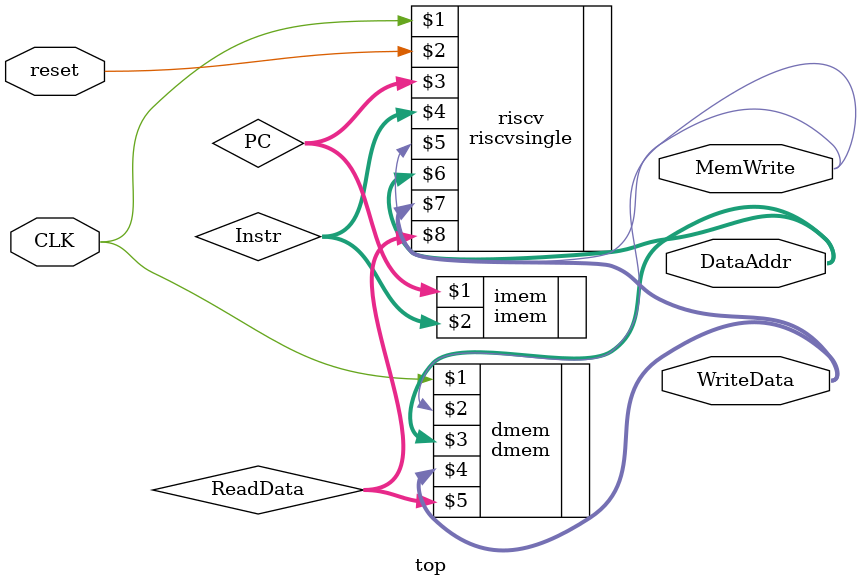
<source format=v>
module top(
input CLK, reset,
output [31:0] WriteData, DataAddr,
output MemWrite
    );
    
    wire [31:0] PC, Instr, ReadData;
    
    riscvsingle riscv(CLK, reset, PC, Instr, MemWrite, DataAddr, WriteData, ReadData);
    imem imem(PC, Instr);
    dmem dmem(CLK, MemWrite, DataAddr, WriteData, ReadData);
endmodule
</source>
